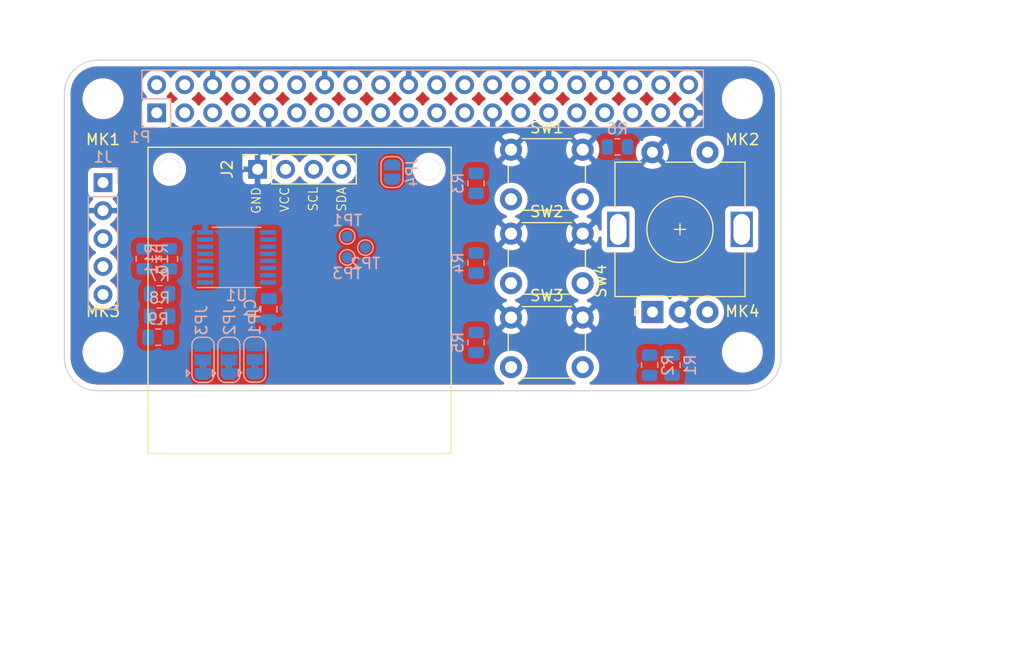
<source format=kicad_pcb>
(kicad_pcb (version 20171130) (host pcbnew "(5.1.7-0-10_14)")
  (title_block (date "15 nov 2012"))
  (layers (0 F.Cu signal) (31 B.Cu signal) (34 B.Paste user) (35 F.Paste user) (36 B.SilkS user) (37 F.SilkS user) (38 B.Mask user) (39 F.Mask user) (44 Edge.Cuts user))
  (net 0 "")
  (net 1 +3V3)
  (net 2 +5V)
  (net 3 GND)
  (net 4 "/GPIO2(SDA1)")
  (net 5 "/GPIO3(SCL1)")
  (net 6 "/GPIO9(SPI0_MISO)")
  (net 7 "Net-(JP2-Pad2)")
  (net 8 "Net-(JP3-Pad2)")
  (net 9 /BUTTON_1)
  (net 10 /BUTTON_2)
  (net 11 /BUTTON_3)
  (net 12 /ROTARY_ENC_B)
  (net 13 /ROTARY_ENC_A)
  (net 14 /BUTTON_4)
  (net 15 "Net-(R7-Pad2)")
  (net 16 "Net-(R8-Pad2)")
  (net 17 "Net-(R9-Pad2)")
  (net 18 "Net-(JP1-Pad2)")
  (net 19 "Net-(JP4-Pad1)")
  (net 20 "Net-(TP2-Pad1)")
  (net 21 "Net-(TP3-Pad1)")
  (module Resistor_SMD:R_0805_2012Metric (layer B.Cu) (at 209.525 112.027 270)
    (fp_text reference R11 (at 0 1.65 90) (layer B.SilkS) (effects (justify mirror)))
    (fp_text value 10k)
    (fp_line (start -0.227064 -0.735) (end 0.227064 -0.735) (layer B.SilkS) (width 0.12))
    (fp_line (start -0.227064 0.735) (end 0.227064 0.735) (layer B.SilkS) (width 0.12))
    (pad 2 smd roundrect (at 0.9125 0 270) (size 1.025 1.4) (layers B.Cu B.Paste B.Mask) (roundrect_rratio 0.243902) (net 4 "/GPIO2(SDA1)"))
    (pad 1 smd roundrect (at -0.9125 0 270) (size 1.025 1.4) (layers B.Cu B.Paste B.Mask) (roundrect_rratio 0.243902) (net 1 +3V3))
  )
  (module Resistor_SMD:R_0805_2012Metric (layer B.Cu) (at 207.239 112.027 90)
    (fp_text reference R10 (at 0 1.65 90) (layer B.SilkS) (effects (justify mirror)))
    (fp_text value 10k)
    (fp_line (start -0.227064 -0.735) (end 0.227064 -0.735) (layer B.SilkS) (width 0.12))
    (fp_line (start -0.227064 0.735) (end 0.227064 0.735) (layer B.SilkS) (width 0.12))
    (pad 2 smd roundrect (at 0.9125 0 90) (size 1.025 1.4) (layers B.Cu B.Paste B.Mask) (roundrect_rratio 0.243902) (net 1 +3V3))
    (pad 1 smd roundrect (at -0.9125 0 90) (size 1.025 1.4) (layers B.Cu B.Paste B.Mask) (roundrect_rratio 0.243902) (net 5 "/GPIO3(SCL1)"))
  )
  (module Capacitor_SMD:C_0805_2012Metric (layer B.Cu) (at 218.542 116.599 270)
    (fp_text reference C1 (at 0 1.68 90) (layer B.SilkS) (effects (justify mirror)))
    (fp_text value 100n)
    (fp_line (start -0.261252 -0.735) (end 0.261252 -0.735) (layer B.SilkS) (width 0.12))
    (fp_line (start -0.261252 0.735) (end 0.261252 0.735) (layer B.SilkS) (width 0.12))
    (pad 2 smd roundrect (at 0.95 0 270) (size 1 1.45) (layers B.Cu B.Paste B.Mask) (net 3 GND))
    (pad 1 smd roundrect (at -0.95 0 270) (size 1 1.45) (layers B.Cu B.Paste B.Mask) (net 1 +3V3))
  )
  (module Connector_PinSocket_2.54mm:PinSocket_1x04_P2.54mm_Vertical (layer F.Cu) (at 225.146 103.899 270)
    (fp_text reference J2 (at 0 10.39 90) (layer F.SilkS))
    (fp_text value "OLED Connector")
    (fp_line (start 1.33 6.35) (end -1.33 6.35) (layer F.SilkS) (width 0.12))
    (fp_line (start 1.33 6.35) (end 1.33 -1.33) (layer F.SilkS) (width 0.12))
    (fp_line (start 1.33 -1.33) (end -1.33 -1.33) (layer F.SilkS) (width 0.12))
    (fp_line (start -1.33 6.35) (end -1.33 -1.33) (layer F.SilkS) (width 0.12))
    (fp_line (start -1.33 8.95) (end -1.33 7.62) (layer F.SilkS) (width 0.12))
    (fp_line (start 0 8.95) (end -1.33 8.95) (layer F.SilkS) (width 0.12))
    (fp_line (start -2 -9.94) (end -2 17.56) (layer F.SilkS) (width 0.12))
    (fp_line (start -2 -9.94) (end 25.8 -9.94) (layer F.SilkS) (width 0.12))
    (fp_line (start 25.8 -9.94) (end 25.8 17.56) (layer F.SilkS) (width 0.12))
    (fp_line (start 25.8 17.56) (end -2 17.56) (layer F.SilkS) (width 0.12))
    (fp_text user SDA (at 2.7305 0 90) (layer F.SilkS) (effects (font (size 0.8 0.8) (thickness 0.1))))
    (fp_text user SCL (at 2.711453 2.582333 90) (layer F.SilkS) (effects (font (size 0.8 0.8) (thickness 0.1))))
    (fp_text user VCC (at 2.749548 5.164666 90) (layer F.SilkS) (effects (font (size 0.8 0.8) (thickness 0.1))))
    (fp_text user GND (at 2.825738 7.747 90) (layer F.SilkS) (effects (font (size 0.8 0.8) (thickness 0.1))))
    (pad 4 thru_hole oval (at 0 0 90) (size 1.7 1.7) (drill 1) (layers *.Cu *.Mask) (net 4 "/GPIO2(SDA1)"))
    (pad 3 thru_hole oval (at 0 2.54 90) (size 1.7 1.7) (drill 1) (layers *.Cu *.Mask) (net 5 "/GPIO3(SCL1)"))
    (pad 2 thru_hole oval (at 0 5.08 90) (size 1.7 1.7) (drill 1) (layers *.Cu *.Mask) (net 1 +3V3))
    (pad 1 thru_hole rect (at 0 7.62 90) (size 1.7 1.7) (drill 1) (layers *.Cu *.Mask) (net 3 GND))
    (pad 5 thru_hole circle (at 0 -7.94 270) (size 2 2) (drill 2) (layers *.Cu *.Mask))
    (pad 5 thru_hole circle (at 0 15.61 270) (size 2 2) (drill 2) (layers *.Cu *.Mask))
  )
  (module Package_SO:TSSOP-16_4.4x5mm_P0.65mm (layer B.Cu) (at 215.621 111.9)
    (fp_text reference U1 (at 0 3.45) (layer B.SilkS) (effects (justify mirror)))
    (fp_text value PCA9554APW,118)
    (fp_line (start 0 -2.735) (end 2.2 -2.735) (layer B.SilkS) (width 0.12))
    (fp_line (start 0 -2.735) (end -2.2 -2.735) (layer B.SilkS) (width 0.12))
    (fp_line (start 0 2.735) (end 2.2 2.735) (layer B.SilkS) (width 0.12))
    (fp_line (start 0 2.735) (end -3.6 2.735) (layer B.SilkS) (width 0.12))
    (pad 16 smd roundrect (at 2.8625 2.275) (size 1.475 0.4) (layers B.Cu B.Paste B.Mask) (net 1 +3V3))
    (pad 15 smd roundrect (at 2.8625 1.625) (size 1.475 0.4) (layers B.Cu B.Paste B.Mask) (net 4 "/GPIO2(SDA1)"))
    (pad 14 smd roundrect (at 2.8625 0.975) (size 1.475 0.4) (layers B.Cu B.Paste B.Mask) (net 5 "/GPIO3(SCL1)"))
    (pad 13 smd roundrect (at 2.8625 0.325) (size 1.475 0.4) (layers B.Cu B.Paste B.Mask) (net 19 "Net-(JP4-Pad1)"))
    (pad 12 smd roundrect (at 2.8625 -0.325) (size 1.475 0.4) (layers B.Cu B.Paste B.Mask) (net 21 "Net-(TP3-Pad1)"))
    (pad 11 smd roundrect (at 2.8625 -0.975) (size 1.475 0.4) (layers B.Cu B.Paste B.Mask) (net 20 "Net-(TP2-Pad1)"))
    (pad 10 smd roundrect (at 2.8625 -1.625) (size 1.475 0.4) (layers B.Cu B.Paste B.Mask) (net 14 /BUTTON_4))
    (pad 9 smd roundrect (at 2.8625 -2.275) (size 1.475 0.4) (layers B.Cu B.Paste B.Mask) (net 11 /BUTTON_3))
    (pad 8 smd roundrect (at -2.8625 -2.275) (size 1.475 0.4) (layers B.Cu B.Paste B.Mask) (net 3 GND))
    (pad 7 smd roundrect (at -2.8625 -1.625) (size 1.475 0.4) (layers B.Cu B.Paste B.Mask) (net 10 /BUTTON_2))
    (pad 6 smd roundrect (at -2.8625 -0.975) (size 1.475 0.4) (layers B.Cu B.Paste B.Mask) (net 9 /BUTTON_1))
    (pad 5 smd roundrect (at -2.8625 -0.325) (size 1.475 0.4) (layers B.Cu B.Paste B.Mask) (net 12 /ROTARY_ENC_B))
    (pad 4 smd roundrect (at -2.8625 0.325) (size 1.475 0.4) (layers B.Cu B.Paste B.Mask) (net 13 /ROTARY_ENC_A))
    (pad 3 smd roundrect (at -2.8625 0.975) (size 1.475 0.4) (layers B.Cu B.Paste B.Mask) (net 17 "Net-(R9-Pad2)"))
    (pad 2 smd roundrect (at -2.8625 1.625) (size 1.475 0.4) (layers B.Cu B.Paste B.Mask) (net 16 "Net-(R8-Pad2)"))
    (pad 1 smd roundrect (at -2.8625 2.275) (size 1.475 0.4) (layers B.Cu B.Paste B.Mask) (net 15 "Net-(R7-Pad2)"))
  )
  (module TestPoint:TestPoint_Pad_D1.0mm (layer B.Cu) (at 225.654 111.9)
    (fp_text reference TP3 (at 0 1.448) (layer B.SilkS) (effects (justify mirror)))
    (fp_text value TestPoint_Small)
    (fp_circle (center 0 0) (end 0 -0.7) (layer B.SilkS) (width 0.12))
    (pad 1 smd circle (at 0 0) (size 1 1) (layers B.Cu B.Mask) (net 21 "Net-(TP3-Pad1)"))
  )
  (module TestPoint:TestPoint_Pad_D1.0mm (layer B.Cu) (at 227.305 111.011)
    (fp_text reference TP2 (at 0 1.448) (layer B.SilkS) (effects (justify mirror)))
    (fp_text value TestPoint_Small)
    (fp_circle (center 0 0) (end 0 -0.7) (layer B.SilkS) (width 0.12))
    (pad 1 smd circle (at 0 0) (size 1 1) (layers B.Cu B.Mask) (net 20 "Net-(TP2-Pad1)"))
  )
  (module TestPoint:TestPoint_Pad_D1.0mm (layer B.Cu) (at 225.654 109.995 180)
    (fp_text reference TP1 (at 0 1.448) (layer B.SilkS) (effects (justify mirror)))
    (fp_text value TestPoint_Small)
    (fp_circle (center 0 0) (end 0 -0.7) (layer B.SilkS) (width 0.12))
    (pad 1 smd circle (at 0 0 180) (size 1 1) (layers B.Cu B.Mask) (net 19 "Net-(JP4-Pad1)"))
  )
  (module Rotary_Encoder:RotaryEncoder_Alps_EC11E-Switch_Vertical_H20mm (layer F.Cu) (at 253.34 116.853 90)
    (fp_text reference SW4 (at 2.8 -4.7 90) (layer F.SilkS))
    (fp_text value Rotary_Encoder_Switch)
    (fp_line (start 7 2.5) (end 8 2.5) (layer F.SilkS) (width 0.12))
    (fp_line (start 7.5 2) (end 7.5 3) (layer F.SilkS) (width 0.12))
    (fp_line (start 13.6 6) (end 13.6 8.4) (layer F.SilkS) (width 0.12))
    (fp_line (start 13.6 1.2) (end 13.6 3.8) (layer F.SilkS) (width 0.12))
    (fp_line (start 13.6 -3.4) (end 13.6 -1) (layer F.SilkS) (width 0.12))
    (fp_line (start 0.3 -1.6) (end 0 -1.3) (layer F.SilkS) (width 0.12))
    (fp_line (start -0.3 -1.6) (end 0.3 -1.6) (layer F.SilkS) (width 0.12))
    (fp_line (start 0 -1.3) (end -0.3 -1.6) (layer F.SilkS) (width 0.12))
    (fp_line (start 1.4 -3.4) (end 1.4 8.4) (layer F.SilkS) (width 0.12))
    (fp_line (start 5.5 -3.4) (end 1.4 -3.4) (layer F.SilkS) (width 0.12))
    (fp_line (start 5.5 8.4) (end 1.4 8.4) (layer F.SilkS) (width 0.12))
    (fp_line (start 13.6 8.4) (end 9.5 8.4) (layer F.SilkS) (width 0.12))
    (fp_line (start 9.5 -3.4) (end 13.6 -3.4) (layer F.SilkS) (width 0.12))
    (fp_circle (center 7.5 2.5) (end 10.5 2.5) (layer F.SilkS) (width 0.12))
    (pad A thru_hole rect (at 0 0 90) (size 2 2) (drill 1) (layers *.Cu *.Mask) (net 13 /ROTARY_ENC_A))
    (pad C thru_hole circle (at 0 2.5 90) (size 2 2) (drill 1) (layers *.Cu *.Mask) (net 3 GND))
    (pad B thru_hole circle (at 0 5 90) (size 2 2) (drill 1) (layers *.Cu *.Mask) (net 12 /ROTARY_ENC_B))
    (pad MP thru_hole rect (at 7.5 -3.1 90) (size 3.2 2) (drill oval 2.8 1.5) (layers *.Cu *.Mask))
    (pad MP thru_hole rect (at 7.5 8.1 90) (size 3.2 2) (drill oval 2.8 1.5) (layers *.Cu *.Mask))
    (pad S2 thru_hole circle (at 14.5 0 90) (size 2 2) (drill 1) (layers *.Cu *.Mask) (net 3 GND))
    (pad S1 thru_hole circle (at 14.5 5 90) (size 2 2) (drill 1) (layers *.Cu *.Mask) (net 14 /BUTTON_4))
  )
  (module Button_Switch_THT:SW_PUSH_6mm_H5mm (layer F.Cu) (at 240.513 117.361)
    (fp_text reference SW3 (at 3.25 -2) (layer F.SilkS))
    (fp_text value SW_SPST)
    (fp_line (start 1 5.5) (end 5.5 5.5) (layer F.SilkS) (width 0.12))
    (fp_line (start -0.25 1.5) (end -0.25 3) (layer F.SilkS) (width 0.12))
    (fp_line (start 5.5 -1) (end 1 -1) (layer F.SilkS) (width 0.12))
    (fp_line (start 6.75 3) (end 6.75 1.5) (layer F.SilkS) (width 0.12))
    (pad 1 thru_hole circle (at 6.5 0 90) (size 2 2) (drill 1.1) (layers *.Cu *.Mask) (net 3 GND))
    (pad 2 thru_hole circle (at 6.5 4.5 90) (size 2 2) (drill 1.1) (layers *.Cu *.Mask) (net 11 /BUTTON_3))
    (pad 1 thru_hole circle (at 0 0 90) (size 2 2) (drill 1.1) (layers *.Cu *.Mask) (net 3 GND))
    (pad 2 thru_hole circle (at 0 4.5 90) (size 2 2) (drill 1.1) (layers *.Cu *.Mask) (net 11 /BUTTON_3))
  )
  (module Button_Switch_THT:SW_PUSH_6mm_H5mm (layer F.Cu) (at 240.513 109.741)
    (fp_text reference SW2 (at 3.25 -2) (layer F.SilkS))
    (fp_text value SW_SPST)
    (fp_line (start 1 5.5) (end 5.5 5.5) (layer F.SilkS) (width 0.12))
    (fp_line (start -0.25 1.5) (end -0.25 3) (layer F.SilkS) (width 0.12))
    (fp_line (start 5.5 -1) (end 1 -1) (layer F.SilkS) (width 0.12))
    (fp_line (start 6.75 3) (end 6.75 1.5) (layer F.SilkS) (width 0.12))
    (pad 1 thru_hole circle (at 6.5 0 90) (size 2 2) (drill 1.1) (layers *.Cu *.Mask) (net 3 GND))
    (pad 2 thru_hole circle (at 6.5 4.5 90) (size 2 2) (drill 1.1) (layers *.Cu *.Mask) (net 10 /BUTTON_2))
    (pad 1 thru_hole circle (at 0 0 90) (size 2 2) (drill 1.1) (layers *.Cu *.Mask) (net 3 GND))
    (pad 2 thru_hole circle (at 0 4.5 90) (size 2 2) (drill 1.1) (layers *.Cu *.Mask) (net 10 /BUTTON_2))
  )
  (module Button_Switch_THT:SW_PUSH_6mm_H5mm (layer F.Cu) (at 240.513 102.121)
    (fp_text reference SW1 (at 3.25 -2) (layer F.SilkS))
    (fp_text value SW_SPST)
    (fp_line (start 1 5.5) (end 5.5 5.5) (layer F.SilkS) (width 0.12))
    (fp_line (start -0.25 1.5) (end -0.25 3) (layer F.SilkS) (width 0.12))
    (fp_line (start 5.5 -1) (end 1 -1) (layer F.SilkS) (width 0.12))
    (fp_line (start 6.75 3) (end 6.75 1.5) (layer F.SilkS) (width 0.12))
    (pad 1 thru_hole circle (at 6.5 0 90) (size 2 2) (drill 1.1) (layers *.Cu *.Mask) (net 3 GND))
    (pad 2 thru_hole circle (at 6.5 4.5 90) (size 2 2) (drill 1.1) (layers *.Cu *.Mask) (net 9 /BUTTON_1))
    (pad 1 thru_hole circle (at 0 0 90) (size 2 2) (drill 1.1) (layers *.Cu *.Mask) (net 3 GND))
    (pad 2 thru_hole circle (at 0 4.5 90) (size 2 2) (drill 1.1) (layers *.Cu *.Mask) (net 9 /BUTTON_1))
  )
  (module Resistor_SMD:R_0805_2012Metric (layer B.Cu) (at 208.509 119.139 180)
    (fp_text reference R9 (at 0 1.65) (layer B.SilkS) (effects (justify mirror)))
    (fp_text value 10k)
    (fp_line (start -0.227064 0.735) (end 0.227064 0.735) (layer B.SilkS) (width 0.12))
    (fp_line (start -0.227064 -0.735) (end 0.227064 -0.735) (layer B.SilkS) (width 0.12))
    (pad 2 smd roundrect (at 0.9125 0 180) (size 1.025 1.4) (layers B.Cu B.Paste B.Mask) (roundrect_rratio 0.243902) (net 17 "Net-(R9-Pad2)"))
    (pad 1 smd roundrect (at -0.9125 0 180) (size 1.025 1.4) (layers B.Cu B.Paste B.Mask) (roundrect_rratio 0.243902) (net 8 "Net-(JP3-Pad2)"))
  )
  (module Resistor_SMD:R_0805_2012Metric (layer B.Cu) (at 208.636 117.234 180)
    (fp_text reference R8 (at 0 1.65) (layer B.SilkS) (effects (justify mirror)))
    (fp_text value 10k)
    (fp_line (start -0.227064 0.735) (end 0.227064 0.735) (layer B.SilkS) (width 0.12))
    (fp_line (start -0.227064 -0.735) (end 0.227064 -0.735) (layer B.SilkS) (width 0.12))
    (pad 2 smd roundrect (at 0.9125 0 180) (size 1.025 1.4) (layers B.Cu B.Paste B.Mask) (roundrect_rratio 0.243902) (net 16 "Net-(R8-Pad2)"))
    (pad 1 smd roundrect (at -0.9125 0 180) (size 1.025 1.4) (layers B.Cu B.Paste B.Mask) (roundrect_rratio 0.243902) (net 7 "Net-(JP2-Pad2)"))
  )
  (module Resistor_SMD:R_0805_2012Metric (layer B.Cu) (at 208.636 115.202 180)
    (fp_text reference R7 (at 0 1.65) (layer B.SilkS) (effects (justify mirror)))
    (fp_text value 10k)
    (fp_line (start -0.227064 0.735) (end 0.227064 0.735) (layer B.SilkS) (width 0.12))
    (fp_line (start -0.227064 -0.735) (end 0.227064 -0.735) (layer B.SilkS) (width 0.12))
    (pad 2 smd roundrect (at 0.9125 0 180) (size 1.025 1.4) (layers B.Cu B.Paste B.Mask) (roundrect_rratio 0.243902) (net 15 "Net-(R7-Pad2)"))
    (pad 1 smd roundrect (at -0.9125 0 180) (size 1.025 1.4) (layers B.Cu B.Paste B.Mask) (roundrect_rratio 0.243902) (net 18 "Net-(JP1-Pad2)"))
  )
  (module Resistor_SMD:R_0805_2012Metric (layer B.Cu) (at 250.165 101.867 180)
    (fp_text reference R6 (at 0 1.65) (layer B.SilkS) (effects (justify mirror)))
    (fp_text value 10k)
    (fp_line (start -0.227064 0.735) (end 0.227064 0.735) (layer B.SilkS) (width 0.12))
    (fp_line (start -0.227064 -0.735) (end 0.227064 -0.735) (layer B.SilkS) (width 0.12))
    (pad 2 smd roundrect (at 0.9125 0 180) (size 1.025 1.4) (layers B.Cu B.Paste B.Mask) (roundrect_rratio 0.243902) (net 14 /BUTTON_4))
    (pad 1 smd roundrect (at -0.9125 0 180) (size 1.025 1.4) (layers B.Cu B.Paste B.Mask) (roundrect_rratio 0.243902) (net 1 +3V3))
  )
  (module Resistor_SMD:R_0805_2012Metric (layer B.Cu) (at 253.086 121.679 90)
    (fp_text reference R2 (at 0 1.65 90) (layer B.SilkS) (effects (justify mirror)))
    (fp_text value 10k)
    (fp_line (start -0.227064 0.735) (end 0.227064 0.735) (layer B.SilkS) (width 0.12))
    (fp_line (start -0.227064 -0.735) (end 0.227064 -0.735) (layer B.SilkS) (width 0.12))
    (pad 2 smd roundrect (at 0.9125 0 90) (size 1.025 1.4) (layers B.Cu B.Paste B.Mask) (roundrect_rratio 0.243902) (net 13 /ROTARY_ENC_A))
    (pad 1 smd roundrect (at -0.9125 0 90) (size 1.025 1.4) (layers B.Cu B.Paste B.Mask) (roundrect_rratio 0.243902) (net 1 +3V3))
  )
  (module Resistor_SMD:R_0805_2012Metric (layer B.Cu) (at 255.118 121.679 90)
    (fp_text reference R1 (at 0 1.65 270) (layer B.SilkS) (effects (justify mirror)))
    (fp_text value 10k)
    (fp_line (start -0.227064 0.735) (end 0.227064 0.735) (layer B.SilkS) (width 0.12))
    (fp_line (start -0.227064 -0.735) (end 0.227064 -0.735) (layer B.SilkS) (width 0.12))
    (pad 2 smd roundrect (at 0.9125 0 90) (size 1.025 1.4) (layers B.Cu B.Paste B.Mask) (roundrect_rratio 0.243902) (net 12 /ROTARY_ENC_B))
    (pad 1 smd roundrect (at -0.9125 0 90) (size 1.025 1.4) (layers B.Cu B.Paste B.Mask) (roundrect_rratio 0.243902) (net 1 +3V3))
  )
  (module Resistor_SMD:R_0805_2012Metric (layer B.Cu) (at 237.338 119.6235 270)
    (fp_text reference R5 (at 0 1.65 90) (layer B.SilkS) (effects (justify mirror)))
    (fp_text value 10k)
    (fp_line (start -0.227064 0.735) (end 0.227064 0.735) (layer B.SilkS) (width 0.12))
    (fp_line (start -0.227064 -0.735) (end 0.227064 -0.735) (layer B.SilkS) (width 0.12))
    (pad 2 smd roundrect (at 0.9125 0 270) (size 1.025 1.4) (layers B.Cu B.Paste B.Mask) (roundrect_rratio 0.243902) (net 11 /BUTTON_3))
    (pad 1 smd roundrect (at -0.9125 0 270) (size 1.025 1.4) (layers B.Cu B.Paste B.Mask) (roundrect_rratio 0.243902) (net 1 +3V3))
  )
  (module Resistor_SMD:R_0805_2012Metric (layer B.Cu) (at 237.338 112.408 270)
    (fp_text reference R4 (at 0 1.65 270) (layer B.SilkS) (effects (justify mirror)))
    (fp_text value 10k)
    (fp_line (start -0.227064 0.735) (end 0.227064 0.735) (layer B.SilkS) (width 0.12))
    (fp_line (start -0.227064 -0.735) (end 0.227064 -0.735) (layer B.SilkS) (width 0.12))
    (pad 2 smd roundrect (at 0.9125 0 270) (size 1.025 1.4) (layers B.Cu B.Paste B.Mask) (roundrect_rratio 0.243902) (net 10 /BUTTON_2))
    (pad 1 smd roundrect (at -0.9125 0 270) (size 1.025 1.4) (layers B.Cu B.Paste B.Mask) (roundrect_rratio 0.243902) (net 1 +3V3))
  )
  (module Resistor_SMD:R_0805_2012Metric (layer B.Cu) (at 237.338 105.169 270)
    (fp_text reference R3 (at 0 1.65 90) (layer B.SilkS) (effects (justify mirror)))
    (fp_text value 10k)
    (fp_line (start -0.227064 0.735) (end 0.227064 0.735) (layer B.SilkS) (width 0.12))
    (fp_line (start -0.227064 -0.735) (end 0.227064 -0.735) (layer B.SilkS) (width 0.12))
    (pad 2 smd roundrect (at 0.9125 0 270) (size 1.025 1.4) (layers B.Cu B.Paste B.Mask) (roundrect_rratio 0.243902) (net 9 /BUTTON_1))
    (pad 1 smd roundrect (at -0.9125 0 270) (size 1.025 1.4) (layers B.Cu B.Paste B.Mask) (roundrect_rratio 0.243902) (net 1 +3V3))
  )
  (module Jumper:SolderJumper-3_P1.3mm_Bridged12_RoundedPad1.0x1.5mm (layer B.Cu) (at 212.573 121.201 90)
    (fp_text reference JP3 (at 3.586 -0.127 270) (layer B.SilkS) (effects (justify mirror)))
    (fp_text value SolderJumper_3_Bridged12)
    (fp_line (start -1.2 -1.2) (end -0.9 -1.5) (layer B.SilkS) (width 0.12))
    (fp_line (start -1.5 -1.5) (end -0.9 -1.5) (layer B.SilkS) (width 0.12))
    (fp_line (start -1.2 -1.2) (end -1.5 -1.5) (layer B.SilkS) (width 0.12))
    (fp_line (start -2.05 -0.3) (end -2.05 0.3) (layer B.SilkS) (width 0.12))
    (fp_line (start 1.4 -1) (end -1.4 -1) (layer B.SilkS) (width 0.12))
    (fp_line (start 2.05 0.3) (end 2.05 -0.3) (layer B.SilkS) (width 0.12))
    (fp_line (start -1.4 1) (end 1.4 1) (layer B.SilkS) (width 0.12))
    (fp_poly (pts (xy -0.9 0.3) (xy -0.4 0.3) (xy -0.4 -0.3) (xy -0.9 -0.3)) (layer B.Cu) (width 0))
    (fp_arc (start -1.35 0.3) (end -1.35 1) (angle 90) (layer B.SilkS) (width 0.12))
    (fp_arc (start -1.35 -0.3) (end -2.05 -0.3) (angle 90) (layer B.SilkS) (width 0.12))
    (fp_arc (start 1.35 -0.3) (end 1.35 -1) (angle 90) (layer B.SilkS) (width 0.12))
    (fp_arc (start 1.35 0.3) (end 2.05 0.3) (angle 90) (layer B.SilkS) (width 0.12))
    (pad 1 smd custom (at -1.3 0 90) (size 1 0.5) (layers B.Cu B.Mask) (net 1 +3V3) (options (clearance outline) (anchor rect)) (primitives (gr_circle (center 0 -0.25) (end 0.5 -0.25) (width 0)) (gr_circle (center 0 0.25) (end 0.5 0.25) (width 0)) (gr_poly (pts (xy 0.55 0.75) (xy 0 0.75) (xy 0 -0.75) (xy 0.55 -0.75)) (width 0))))
    (pad 2 smd rect (at 0 0 90) (size 1 1.5) (layers B.Cu B.Mask) (net 8 "Net-(JP3-Pad2)"))
    (pad 3 smd custom (at 1.3 0 90) (size 1 0.5) (layers B.Cu B.Mask) (net 3 GND) (options (clearance outline) (anchor rect)) (primitives (gr_circle (center 0 -0.25) (end 0.5 -0.25) (width 0)) (gr_circle (center 0 0.25) (end 0.5 0.25) (width 0)) (gr_poly (pts (xy -0.55 0.75) (xy 0 0.75) (xy 0 -0.75) (xy -0.55 -0.75)) (width 0))))
  )
  (module Jumper:SolderJumper-3_P1.3mm_Bridged12_RoundedPad1.0x1.5mm (layer B.Cu) (at 214.9225 121.201 90)
    (fp_text reference JP2 (at 3.586 0.0635 270) (layer B.SilkS) (effects (justify mirror)))
    (fp_text value SolderJumper_3_Bridged12)
    (fp_line (start -1.2 -1.2) (end -0.9 -1.5) (layer B.SilkS) (width 0.12))
    (fp_line (start -1.5 -1.5) (end -0.9 -1.5) (layer B.SilkS) (width 0.12))
    (fp_line (start -1.2 -1.2) (end -1.5 -1.5) (layer B.SilkS) (width 0.12))
    (fp_line (start -2.05 -0.3) (end -2.05 0.3) (layer B.SilkS) (width 0.12))
    (fp_line (start 1.4 -1) (end -1.4 -1) (layer B.SilkS) (width 0.12))
    (fp_line (start 2.05 0.3) (end 2.05 -0.3) (layer B.SilkS) (width 0.12))
    (fp_line (start -1.4 1) (end 1.4 1) (layer B.SilkS) (width 0.12))
    (fp_poly (pts (xy -0.9 0.3) (xy -0.4 0.3) (xy -0.4 -0.3) (xy -0.9 -0.3)) (layer B.Cu) (width 0))
    (fp_arc (start -1.35 0.3) (end -1.35 1) (angle 90) (layer B.SilkS) (width 0.12))
    (fp_arc (start -1.35 -0.3) (end -2.05 -0.3) (angle 90) (layer B.SilkS) (width 0.12))
    (fp_arc (start 1.35 -0.3) (end 1.35 -1) (angle 90) (layer B.SilkS) (width 0.12))
    (fp_arc (start 1.35 0.3) (end 2.05 0.3) (angle 90) (layer B.SilkS) (width 0.12))
    (pad 1 smd custom (at -1.3 0 90) (size 1 0.5) (layers B.Cu B.Mask) (net 1 +3V3) (options (clearance outline) (anchor rect)) (primitives (gr_circle (center 0 -0.25) (end 0.5 -0.25) (width 0)) (gr_circle (center 0 0.25) (end 0.5 0.25) (width 0)) (gr_poly (pts (xy 0.55 0.75) (xy 0 0.75) (xy 0 -0.75) (xy 0.55 -0.75)) (width 0))))
    (pad 2 smd rect (at 0 0 90) (size 1 1.5) (layers B.Cu B.Mask) (net 7 "Net-(JP2-Pad2)"))
    (pad 3 smd custom (at 1.3 0 90) (size 1 0.5) (layers B.Cu B.Mask) (net 3 GND) (options (clearance outline) (anchor rect)) (primitives (gr_circle (center 0 -0.25) (end 0.5 -0.25) (width 0)) (gr_circle (center 0 0.25) (end 0.5 0.25) (width 0)) (gr_poly (pts (xy -0.55 0.75) (xy 0 0.75) (xy 0 -0.75) (xy -0.55 -0.75)) (width 0))))
  )
  (module Jumper:SolderJumper-3_P1.3mm_Bridged12_RoundedPad1.0x1.5mm (layer B.Cu) (at 217.272 121.171 90)
    (fp_text reference JP1 (at 3.556 0 90) (layer B.SilkS) (effects (justify mirror)))
    (fp_text value SolderJumper_3_Bridged12)
    (fp_line (start -1.2 -1.2) (end -0.9 -1.5) (layer B.SilkS) (width 0.12))
    (fp_line (start -1.5 -1.5) (end -0.9 -1.5) (layer B.SilkS) (width 0.12))
    (fp_line (start -1.2 -1.2) (end -1.5 -1.5) (layer B.SilkS) (width 0.12))
    (fp_line (start -2.05 -0.3) (end -2.05 0.3) (layer B.SilkS) (width 0.12))
    (fp_line (start 1.4 -1) (end -1.4 -1) (layer B.SilkS) (width 0.12))
    (fp_line (start 2.05 0.3) (end 2.05 -0.3) (layer B.SilkS) (width 0.12))
    (fp_line (start -1.4 1) (end 1.4 1) (layer B.SilkS) (width 0.12))
    (fp_poly (pts (xy -0.9 0.3) (xy -0.4 0.3) (xy -0.4 -0.3) (xy -0.9 -0.3)) (layer B.Cu) (width 0))
    (fp_arc (start -1.35 0.3) (end -1.35 1) (angle 90) (layer B.SilkS) (width 0.12))
    (fp_arc (start -1.35 -0.3) (end -2.05 -0.3) (angle 90) (layer B.SilkS) (width 0.12))
    (fp_arc (start 1.35 -0.3) (end 1.35 -1) (angle 90) (layer B.SilkS) (width 0.12))
    (fp_arc (start 1.35 0.3) (end 2.05 0.3) (angle 90) (layer B.SilkS) (width 0.12))
    (pad 1 smd custom (at -1.3 0 90) (size 1 0.5) (layers B.Cu B.Mask) (net 1 +3V3) (options (clearance outline) (anchor rect)) (primitives (gr_circle (center 0 -0.25) (end 0.5 -0.25) (width 0)) (gr_circle (center 0 0.25) (end 0.5 0.25) (width 0)) (gr_poly (pts (xy 0.55 0.75) (xy 0 0.75) (xy 0 -0.75) (xy 0.55 -0.75)) (width 0))))
    (pad 2 smd rect (at 0 0 90) (size 1 1.5) (layers B.Cu B.Mask) (net 18 "Net-(JP1-Pad2)"))
    (pad 3 smd custom (at 1.3 0 90) (size 1 0.5) (layers B.Cu B.Mask) (net 3 GND) (options (clearance outline) (anchor rect)) (primitives (gr_circle (center 0 -0.25) (end 0.5 -0.25) (width 0)) (gr_circle (center 0 0.25) (end 0.5 0.25) (width 0)) (gr_poly (pts (xy -0.55 0.75) (xy 0 0.75) (xy 0 -0.75) (xy -0.55 -0.75)) (width 0))))
  )
  (module Jumper:SolderJumper-2_P1.3mm_Open_RoundedPad1.0x1.5mm (layer B.Cu) (at 229.718 104.153 90)
    (fp_text reference JP4 (at 0 1.8 270) (layer B.SilkS) (effects (justify mirror)))
    (fp_text value SolderJumper_2_Open)
    (fp_line (start -1.4 -0.3) (end -1.4 0.3) (layer B.SilkS) (width 0.12))
    (fp_line (start 0.7 -1) (end -0.7 -1) (layer B.SilkS) (width 0.12))
    (fp_line (start 1.4 0.3) (end 1.4 -0.3) (layer B.SilkS) (width 0.12))
    (fp_line (start -0.7 1) (end 0.7 1) (layer B.SilkS) (width 0.12))
    (fp_arc (start -0.7 0.3) (end -0.7 1) (angle 90) (layer B.SilkS) (width 0.12))
    (fp_arc (start -0.7 -0.3) (end -1.4 -0.3) (angle 90) (layer B.SilkS) (width 0.12))
    (fp_arc (start 0.7 -0.3) (end 0.7 -1) (angle 90) (layer B.SilkS) (width 0.12))
    (fp_arc (start 0.7 0.3) (end 1.4 0.3) (angle 90) (layer B.SilkS) (width 0.12))
    (pad 2 smd custom (at 0.65 0 90) (size 1 0.5) (layers B.Cu B.Mask) (net 6 "/GPIO9(SPI0_MISO)") (options (clearance outline) (anchor rect)) (primitives (gr_circle (center 0 -0.25) (end 0.5 -0.25) (width 0)) (gr_circle (center 0 0.25) (end 0.5 0.25) (width 0)) (gr_poly (pts (xy 0 0.75) (xy -0.5 0.75) (xy -0.5 -0.75) (xy 0 -0.75)) (width 0))))
    (pad 1 smd custom (at -0.65 0 90) (size 1 0.5) (layers B.Cu B.Mask) (net 19 "Net-(JP4-Pad1)") (options (clearance outline) (anchor rect)) (primitives (gr_circle (center 0 -0.25) (end 0.5 -0.25) (width 0)) (gr_circle (center 0 0.25) (end 0.5 0.25) (width 0)) (gr_poly (pts (xy 0 0.75) (xy 0.5 0.75) (xy 0.5 -0.75) (xy 0 -0.75)) (width 0))))
  )
  (module Connector_PinHeader_2.54mm:PinHeader_1x05_P2.54mm_Vertical (layer B.Cu) (at 203.5 105.11 180)
    (fp_text reference J1 (at 0 2.33) (layer B.SilkS) (effects (justify mirror)))
    (fp_text value "RaSCSI Connector")
    (fp_line (start -1.33 -11.49) (end 1.33 -11.49) (layer B.SilkS) (width 0.12))
    (fp_line (start -1.33 -1.27) (end -1.33 -11.49) (layer B.SilkS) (width 0.12))
    (fp_line (start 1.33 -1.27) (end 1.33 -11.49) (layer B.SilkS) (width 0.12))
    (fp_line (start -1.33 -1.27) (end 1.33 -1.27) (layer B.SilkS) (width 0.12))
    (fp_line (start -1.33 0) (end -1.33 1.33) (layer B.SilkS) (width 0.12))
    (fp_line (start -1.33 1.33) (end 0 1.33) (layer B.SilkS) (width 0.12))
    (pad 5 thru_hole oval (at 0 -10.16 180) (size 1.7 1.7) (drill 1) (layers *.Cu *.Mask) (net 5 "/GPIO3(SCL1)"))
    (pad 4 thru_hole oval (at 0 -7.62 180) (size 1.7 1.7) (drill 1) (layers *.Cu *.Mask) (net 4 "/GPIO2(SDA1)"))
    (pad 3 thru_hole oval (at 0 -5.08 180) (size 1.7 1.7) (drill 1) (layers *.Cu *.Mask) (net 1 +3V3))
    (pad 2 thru_hole oval (at 0 -2.54 180) (size 1.7 1.7) (drill 1) (layers *.Cu *.Mask) (net 3 GND))
    (pad 1 thru_hole rect (at 0 0 180) (size 1.7 1.7) (drill 1) (layers *.Cu *.Mask) (net 2 +5V))
  )
  (module Connector_PinSocket_2.54mm:PinSocket_2x20_P2.54mm_Vertical (layer B.Cu) (at 208.37 98.77 270)
    (fp_text reference P1 (at 2.208 1.512) (layer B.SilkS) (effects (justify mirror)))
    (fp_text value Conn_02x20_Odd_Even)
    (fp_line (start 0 1.33) (end 1.33 1.33) (layer B.SilkS) (width 0.12))
    (fp_line (start 1.33 1.33) (end 1.33 0) (layer B.SilkS) (width 0.12))
    (fp_line (start -1.27 1.33) (end -1.27 -1.27) (layer B.SilkS) (width 0.12))
    (fp_line (start -1.27 -1.27) (end 1.33 -1.27) (layer B.SilkS) (width 0.12))
    (fp_line (start 1.33 -1.27) (end 1.33 -49.59) (layer B.SilkS) (width 0.12))
    (fp_line (start -3.87 -49.59) (end 1.33 -49.59) (layer B.SilkS) (width 0.12))
    (fp_line (start -3.87 1.33) (end -3.87 -49.59) (layer B.SilkS) (width 0.12))
    (fp_line (start -3.87 1.33) (end -1.27 1.33) (layer B.SilkS) (width 0.12))
    (pad 1 thru_hole rect (at 0 0 270) (size 1.7 1.7) (drill 1) (layers *.Cu *.Mask) (net 1 +3V3))
    (pad 2 thru_hole oval (at -2.54 0 270) (size 1.7 1.7) (drill 1) (layers *.Cu *.Mask) (net 2 +5V))
    (pad 3 thru_hole oval (at 0 -2.54 270) (size 1.7 1.7) (drill 1) (layers *.Cu *.Mask) (net 4 "/GPIO2(SDA1)"))
    (pad 4 thru_hole oval (at -2.54 -2.54 270) (size 1.7 1.7) (drill 1) (layers *.Cu *.Mask) (net 2 +5V))
    (pad 5 thru_hole oval (at 0 -5.08 270) (size 1.7 1.7) (drill 1) (layers *.Cu *.Mask) (net 5 "/GPIO3(SCL1)"))
    (pad 6 thru_hole oval (at -2.54 -5.08 270) (size 1.7 1.7) (drill 1) (layers *.Cu *.Mask) (net 3 GND))
    (pad 7 thru_hole oval (at 0 -7.62 270) (size 1.7 1.7) (drill 1) (layers *.Cu *.Mask))
    (pad 8 thru_hole oval (at -2.54 -7.62 270) (size 1.7 1.7) (drill 1) (layers *.Cu *.Mask))
    (pad 9 thru_hole oval (at 0 -10.16 270) (size 1.7 1.7) (drill 1) (layers *.Cu *.Mask) (net 3 GND))
    (pad 10 thru_hole oval (at -2.54 -10.16 270) (size 1.7 1.7) (drill 1) (layers *.Cu *.Mask))
    (pad 11 thru_hole oval (at 0 -12.7 270) (size 1.7 1.7) (drill 1) (layers *.Cu *.Mask))
    (pad 12 thru_hole oval (at -2.54 -12.7 270) (size 1.7 1.7) (drill 1) (layers *.Cu *.Mask))
    (pad 13 thru_hole oval (at 0 -15.24 270) (size 1.7 1.7) (drill 1) (layers *.Cu *.Mask))
    (pad 14 thru_hole oval (at -2.54 -15.24 270) (size 1.7 1.7) (drill 1) (layers *.Cu *.Mask) (net 3 GND))
    (pad 15 thru_hole oval (at 0 -17.78 270) (size 1.7 1.7) (drill 1) (layers *.Cu *.Mask))
    (pad 16 thru_hole oval (at -2.54 -17.78 270) (size 1.7 1.7) (drill 1) (layers *.Cu *.Mask))
    (pad 17 thru_hole oval (at 0 -20.32 270) (size 1.7 1.7) (drill 1) (layers *.Cu *.Mask) (net 1 +3V3))
    (pad 18 thru_hole oval (at -2.54 -20.32 270) (size 1.7 1.7) (drill 1) (layers *.Cu *.Mask))
    (pad 19 thru_hole oval (at 0 -22.86 270) (size 1.7 1.7) (drill 1) (layers *.Cu *.Mask))
    (pad 20 thru_hole oval (at -2.54 -22.86 270) (size 1.7 1.7) (drill 1) (layers *.Cu *.Mask) (net 3 GND))
    (pad 21 thru_hole oval (at 0 -25.4 270) (size 1.7 1.7) (drill 1) (layers *.Cu *.Mask) (net 6 "/GPIO9(SPI0_MISO)"))
    (pad 22 thru_hole oval (at -2.54 -25.4 270) (size 1.7 1.7) (drill 1) (layers *.Cu *.Mask))
    (pad 23 thru_hole oval (at 0 -27.94 270) (size 1.7 1.7) (drill 1) (layers *.Cu *.Mask))
    (pad 24 thru_hole oval (at -2.54 -27.94 270) (size 1.7 1.7) (drill 1) (layers *.Cu *.Mask))
    (pad 25 thru_hole oval (at 0 -30.48 270) (size 1.7 1.7) (drill 1) (layers *.Cu *.Mask) (net 3 GND))
    (pad 26 thru_hole oval (at -2.54 -30.48 270) (size 1.7 1.7) (drill 1) (layers *.Cu *.Mask))
    (pad 27 thru_hole oval (at 0 -33.02 270) (size 1.7 1.7) (drill 1) (layers *.Cu *.Mask))
    (pad 28 thru_hole oval (at -2.54 -33.02 270) (size 1.7 1.7) (drill 1) (layers *.Cu *.Mask))
    (pad 29 thru_hole oval (at 0 -35.56 270) (size 1.7 1.7) (drill 1) (layers *.Cu *.Mask))
    (pad 30 thru_hole oval (at -2.54 -35.56 270) (size 1.7 1.7) (drill 1) (layers *.Cu *.Mask) (net 3 GND))
    (pad 31 thru_hole oval (at 0 -38.1 270) (size 1.7 1.7) (drill 1) (layers *.Cu *.Mask))
    (pad 32 thru_hole oval (at -2.54 -38.1 270) (size 1.7 1.7) (drill 1) (layers *.Cu *.Mask))
    (pad 33 thru_hole oval (at 0 -40.64 270) (size 1.7 1.7) (drill 1) (layers *.Cu *.Mask))
    (pad 34 thru_hole oval (at -2.54 -40.64 270) (size 1.7 1.7) (drill 1) (layers *.Cu *.Mask) (net 3 GND))
    (pad 35 thru_hole oval (at 0 -43.18 270) (size 1.7 1.7) (drill 1) (layers *.Cu *.Mask))
    (pad 36 thru_hole oval (at -2.54 -43.18 270) (size 1.7 1.7) (drill 1) (layers *.Cu *.Mask))
    (pad 37 thru_hole oval (at 0 -45.72 270) (size 1.7 1.7) (drill 1) (layers *.Cu *.Mask))
    (pad 38 thru_hole oval (at -2.54 -45.72 270) (size 1.7 1.7) (drill 1) (layers *.Cu *.Mask))
    (pad 39 thru_hole oval (at 0 -48.26 270) (size 1.7 1.7) (drill 1) (layers *.Cu *.Mask) (net 3 GND))
    (pad 40 thru_hole oval (at -2.54 -48.26 270) (size 1.7 1.7) (drill 1) (layers *.Cu *.Mask))
  )
  (module MountingHole:MountingHole_2.7mm_M2.5 (layer F.Cu) (at 261.5 120.5)
    (fp_text reference MK4 (at 0 -3.7) (layer F.SilkS))
    (fp_text value M2.5)
    (pad 1 np_thru_hole circle (at 0 0) (size 2.7 2.7) (drill 2.7) (layers *.Cu *.Mask))
  )
  (module MountingHole:MountingHole_2.7mm_M2.5 (layer F.Cu) (at 203.5 120.5)
    (fp_text reference MK3 (at 0 -3.7) (layer F.SilkS))
    (fp_text value M2.5)
    (pad 1 np_thru_hole circle (at 0 0) (size 2.7 2.7) (drill 2.7) (layers *.Cu *.Mask))
  )
  (module MountingHole:MountingHole_2.7mm_M2.5 (layer F.Cu) (at 261.5 97.5 180)
    (fp_text reference MK2 (at 0 -3.7 180) (layer F.SilkS))
    (fp_text value M2.5)
    (pad 1 np_thru_hole circle (at 0 0 180) (size 2.7 2.7) (drill 2.7) (layers *.Cu *.Mask))
  )
  (module MountingHole:MountingHole_2.7mm_M2.5 (layer F.Cu) (at 203.5 97.5 180)
    (fp_text reference MK1 (at 0 -3.7 180) (layer F.SilkS))
    (fp_text value M2.5)
    (pad 1 np_thru_hole circle (at 0 0 180) (size 2.7 2.7) (drill 2.7) (layers *.Cu *.Mask))
  )
  (gr_line (start 200 97) (end 200 121) (layer Edge.Cuts) (width 0.1))
  (gr_arc (start 262 97) (end 262 94) (angle 90) (layer Edge.Cuts) (width 0.1))
  (gr_arc (start 262 121) (end 265 121) (angle 90) (layer Edge.Cuts) (width 0.1))
  (gr_arc (start 203 121) (end 203 124) (angle 90) (layer Edge.Cuts) (width 0.1))
  (gr_arc (start 203 97) (end 200 97) (angle 90) (layer Edge.Cuts) (width 0.1))
  (gr_line (start 262 94) (end 203 94) (layer Edge.Cuts) (width 0.1))
  (gr_line (start 265 121) (end 265 97) (layer Edge.Cuts) (width 0.1))
  (gr_line (start 203 124) (end 262 124) (layer Edge.Cuts) (width 0.1))
  (zone (net 3) (net_name GND) (layer B.Cu) (connect_pads (clearance 0.508)) (min_thickness 0.254) (fill yes (arc_segments 32) (thermal_gap 0.508) (thermal_bridge_width 0.508))
    (polygon (pts (xy 267.437 130.569) (xy 194.158 130.569) (xy 194.158 88.532) (xy 267.437 88.532)))
  )
  (zone (net 0) (net_name "") (layer F.Cu) (connect_pads (clearance 0.508)) (min_thickness 0.254) (fill yes (arc_segments 32) (thermal_gap 0.508) (thermal_bridge_width 0.508))
    (polygon (pts (xy 267.437 130.569) (xy 194.158 130.569) (xy 194.158 88.532) (xy 267.437 88.532)))
  )
)
</source>
